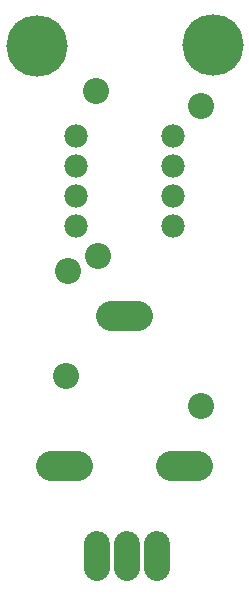
<source format=gbr>
G04 EAGLE Gerber RS-274X export*
G75*
%MOMM*%
%FSLAX34Y34*%
%LPD*%
%INSoldermask Bottom*%
%IPPOS*%
%AMOC8*
5,1,8,0,0,1.08239X$1,22.5*%
G01*
G04 Define Apertures*
%ADD10C,1.989200*%
%ADD11C,2.524000*%
%ADD12C,2.219200*%
%ADD13C,2.203200*%
%ADD14C,5.203200*%
D10*
X58700Y381000D03*
X58700Y355600D03*
X58700Y330200D03*
X58700Y304800D03*
X141300Y304800D03*
X141300Y330200D03*
X141300Y355600D03*
X141300Y381000D03*
D11*
X60804Y101600D02*
X37596Y101600D01*
X88396Y228600D02*
X111604Y228600D01*
X139196Y101600D02*
X162404Y101600D01*
D12*
X127964Y35480D02*
X127964Y15320D01*
X102564Y15320D02*
X102564Y35480D01*
X77164Y35480D02*
X77164Y15320D01*
D13*
X50800Y177800D03*
X76200Y419100D03*
D14*
X25762Y457200D03*
D13*
X52240Y266700D03*
X77640Y279400D03*
D14*
X174860Y457924D03*
D13*
X165100Y406400D03*
X164600Y152400D03*
M02*

</source>
